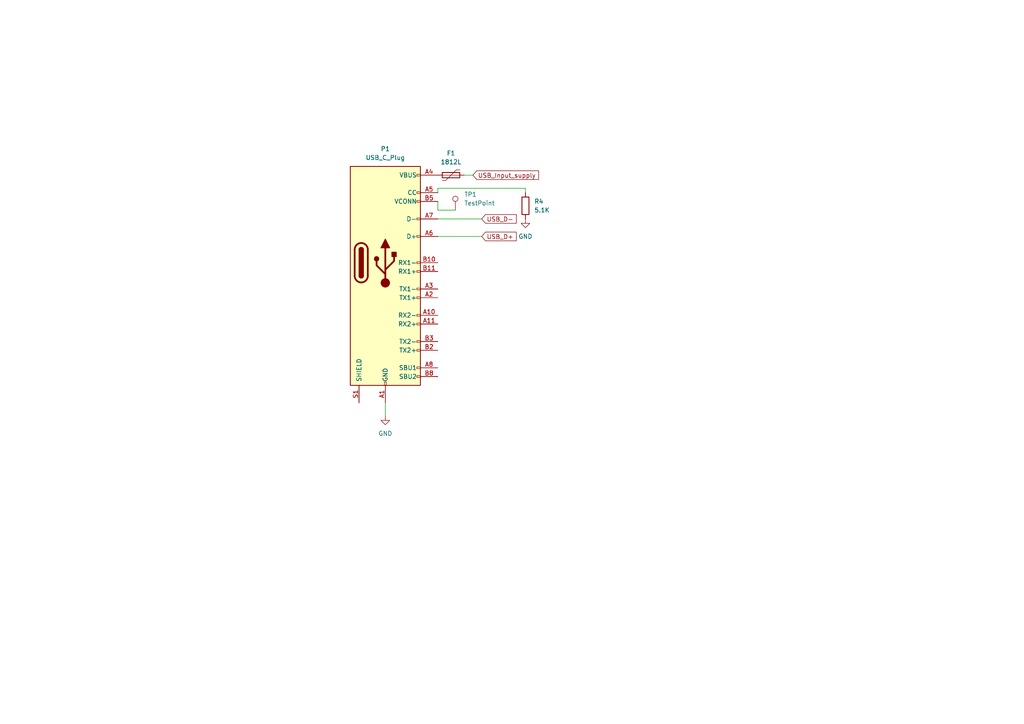
<source format=kicad_sch>
(kicad_sch (version 20211123) (generator eeschema)
  (paper "A4")
  (lib_symbols
    (symbol "Connector:TestPoint" (pin_numbers hide) (pin_names (offset 0.762) hide)
      (property "Reference" "TP" (at 0 6.858 0))
      (property "Value" "TestPoint" (at 0 5.08 0))
      (symbol "TestPoint_0_1"
        (circle (center 0 3.302) (radius 0.762))
      )
      (symbol "TestPoint_1_1"
        (pin passive line (at 0 0 90) (length 2.54) (name "1") (number "1"))
      )
    )
    (symbol "Connector:USB_C_Plug" (pin_names (offset 1.016))
      (property "Reference" "P" (at -10.16 29.21 0))
      (property "Value" "USB_C_Plug" (at 10.16 29.21 0))
      (symbol "USB_C_Plug_0_0"
        (rectangle (start -0.254 -35.56) (end 0.254 -34.544))
        (rectangle (start 10.16 -32.766) (end 9.144 -33.274))
        (rectangle (start 10.16 -30.226) (end 9.144 -30.734))
        (rectangle (start 10.16 -25.146) (end 9.144 -25.654))
        (rectangle (start 10.16 -22.606) (end 9.144 -23.114))
        (rectangle (start 10.16 -17.526) (end 9.144 -18.034))
        (rectangle (start 10.16 -14.986) (end 9.144 -15.494))
        (rectangle (start 10.16 -9.906) (end 9.144 -10.414))
        (rectangle (start 10.16 -7.366) (end 9.144 -7.874))
        (rectangle (start 10.16 -2.286) (end 9.144 -2.794))
        (rectangle (start 10.16 0.254) (end 9.144 -0.254))
        (rectangle (start 10.16 7.874) (end 9.144 7.366))
        (rectangle (start 10.16 12.954) (end 9.144 12.446))
        (rectangle (start 10.16 18.034) (end 9.144 17.526))
        (rectangle (start 10.16 20.574) (end 9.144 20.066))
        (rectangle (start 10.16 25.654) (end 9.144 25.146))
      )
      (symbol "USB_C_Plug_0_1"
        (rectangle (start -10.16 27.94) (end 10.16 -35.56) (stroke (width 0.254)) (fill (type background)))
        (arc (start -8.89 -3.81) (mid -6.985 -5.715) (end -5.08 -3.81) (stroke (width 0.508)))
        (arc (start -7.62 -3.81) (mid -6.985 -4.445) (end -6.35 -3.81) (stroke (width 0.254)))
        (arc (start -7.62 -3.81) (mid -6.985 -4.445) (end -6.35 -3.81) (stroke (width 0.254)) (fill (type outline)))
        (rectangle (start -7.62 -3.81) (end -6.35 3.81) (stroke (width 0.254)) (fill (type outline)))
        (arc (start -6.35 3.81) (mid -6.985 4.445) (end -7.62 3.81) (stroke (width 0.254)))
        (arc (start -6.35 3.81) (mid -6.985 4.445) (end -7.62 3.81) (stroke (width 0.254)) (fill (type outline)))
        (arc (start -5.08 3.81) (mid -6.985 5.715) (end -8.89 3.81) (stroke (width 0.508)))
        (polyline (pts (xy -8.89 -3.81) (xy -8.89 3.81)) (stroke (width 0.508)))
        (polyline (pts (xy -5.08 3.81) (xy -5.08 -3.81)) (stroke (width 0.508)))
      )
      (symbol "USB_C_Plug_1_1"
        (circle (center -2.54 1.143) (radius 0.635) (stroke (width 0.254)) (fill (type outline)))
        (circle (center 0 -5.842) (radius 1.27) (fill (type outline)))
        (polyline (pts (xy 0 -5.842) (xy 0 4.318)) (stroke (width 0.508)))
        (polyline (pts (xy 0 -3.302) (xy -2.54 -0.762) (xy -2.54 0.508)) (stroke (width 0.508)))
        (polyline (pts (xy 0 -2.032) (xy 2.54 0.508) (xy 2.54 1.778)) (stroke (width 0.508)))
        (polyline (pts (xy -1.27 4.318) (xy 0 6.858) (xy 1.27 4.318) (xy -1.27 4.318)) (stroke (width 0.254)) (fill (type outline)))
        (rectangle (start 1.905 1.778) (end 3.175 3.048) (stroke (width 0.254)) (fill (type outline)))
        (pin passive line (at 0 -40.64 90) (length 5.08) (name "GND") (number "A1"))
        (pin bidirectional line (at 15.24 -15.24 180) (length 5.08) (name "RX2-") (number "A10"))
        (pin bidirectional line (at 15.24 -17.78 180) (length 5.08) (name "RX2+") (number "A11"))
        (pin passive line (at 0 -40.64 90) (length 5.08) hide (name "GND") (number "A12"))
        (pin bidirectional line (at 15.24 -10.16 180) (length 5.08) (name "TX1+") (number "A2"))
        (pin bidirectional line (at 15.24 -7.62 180) (length 5.08) (name "TX1-") (number "A3"))
        (pin passive line (at 15.24 25.4 180) (length 5.08) (name "VBUS") (number "A4"))
        (pin bidirectional line (at 15.24 20.32 180) (length 5.08) (name "CC") (number "A5"))
        (pin bidirectional line (at 15.24 7.62 180) (length 5.08) (name "D+") (number "A6"))
        (pin bidirectional line (at 15.24 12.7 180) (length 5.08) (name "D-") (number "A7"))
        (pin bidirectional line (at 15.24 -30.48 180) (length 5.08) (name "SBU1") (number "A8"))
        (pin passive line (at 15.24 25.4 180) (length 5.08) hide (name "VBUS") (number "A9"))
        (pin passive line (at 0 -40.64 90) (length 5.08) hide (name "GND") (number "B1"))
        (pin bidirectional line (at 15.24 0 180) (length 5.08) (name "RX1-") (number "B10"))
        (pin bidirectional line (at 15.24 -2.54 180) (length 5.08) (name "RX1+") (number "B11"))
        (pin passive line (at 0 -40.64 90) (length 5.08) hide (name "GND") (number "B12"))
        (pin bidirectional line (at 15.24 -25.4 180) (length 5.08) (name "TX2+") (number "B2"))
        (pin bidirectional line (at 15.24 -22.86 180) (length 5.08) (name "TX2-") (number "B3"))
        (pin passive line (at 15.24 25.4 180) (length 5.08) hide (name "VBUS") (number "B4"))
        (pin bidirectional line (at 15.24 17.78 180) (length 5.08) (name "VCONN") (number "B5"))
        (pin bidirectional line (at 15.24 -33.02 180) (length 5.08) (name "SBU2") (number "B8"))
        (pin passive line (at 15.24 25.4 180) (length 5.08) hide (name "VBUS") (number "B9"))
        (pin passive line (at -7.62 -40.64 90) (length 5.08) (name "SHIELD") (number "S1"))
      )
    )
    (symbol "Device:Polyfuse" (pin_numbers hide) (pin_names (offset 0))
      (property "Reference" "F" (at -2.54 0 90))
      (property "Value" "Polyfuse" (at 2.54 0 90))
      (symbol "Polyfuse_0_1"
        (rectangle (start -0.762 2.54) (end 0.762 -2.54) (stroke (width 0.254)))
        (polyline (pts (xy 0 2.54) (xy 0 -2.54)))
        (polyline (pts (xy -1.524 2.54) (xy -1.524 1.524) (xy 1.524 -1.524) (xy 1.524 -2.54)))
      )
      (symbol "Polyfuse_1_1"
        (pin passive line (at 0 3.81 270) (length 1.27) (name "~") (number "1"))
        (pin passive line (at 0 -3.81 90) (length 1.27) (name "~") (number "2"))
      )
    )
    (symbol "Device:R" (pin_numbers hide) (pin_names (offset 0))
      (property "Reference" "R" (at 2.032 0 90))
      (property "Value" "R" (at 0 0 90))
      (symbol "R_0_1"
        (rectangle (start -1.016 -2.54) (end 1.016 2.54) (stroke (width 0.254)))
      )
      (symbol "R_1_1"
        (pin passive line (at 0 3.81 270) (length 1.27) (name "~") (number "1"))
        (pin passive line (at 0 -3.81 90) (length 1.27) (name "~") (number "2"))
      )
    )
    (symbol "power:GND" (power) (pin_names (offset 0))
      (property "Value" "GND" (at 0 -3.81 0))
      (symbol "GND_0_1"
        (polyline (pts (xy 0 0) (xy 0 -1.27) (xy 1.27 -1.27) (xy 0 -2.54) (xy -1.27 -1.27) (xy 0 -1.27)))
      )
      (symbol "GND_1_1"
        (pin power_in line (at 0 0 270) (length 0) hide (name "GND") (number "1"))
      )
    )
  )
  (wire (pts (xy 127 60.96) (xy 132.08 60.96)))
  (wire (pts (xy 137.16 50.8) (xy 134.62 50.8)))
  (wire (pts (xy 111.76 116.84) (xy 111.76 120.65)))
  (wire (pts (xy 127 54.61) (xy 127 55.88)))
  (wire (pts (xy 127 68.58) (xy 139.7 68.58)))
  (wire (pts (xy 127 58.42) (xy 127 60.96)))
  (wire (pts (xy 127 54.61) (xy 152.4 54.61)))
  (wire (pts (xy 152.4 54.61) (xy 152.4 55.88)))
  (wire (pts (xy 127 63.5) (xy 139.7 63.5)))
  (global_label "USB_D+" (shape input) (at 139.7 68.58 0) (property "Intersheet References" "${INTERSHEET_REFS}" (effects hide)))
  (global_label "USB_Input_supply" (shape input) (at 137.16 50.8 0) (property "Intersheet References" "${INTERSHEET_REFS}" (effects hide)))
  (global_label "USB_D-" (shape input) (at 139.7 63.5 0) (property "Intersheet References" "${INTERSHEET_REFS}" (effects hide)))
  (symbol (lib_id "Device:R") (at 152.4 59.69 0) (unit 1)
    (property "Reference" "R4" (at 154.94 58.4199 0) (effects (justify left)))
    (property "Value" "5.1K" (at 154.94 60.9599 0) (effects (justify left)))
    (property "Footprint" "Resistor_SMD:R_0805_2012Metric_Pad1.20x1.40mm_HandSolder" (effects hide))
  )
  (symbol (lib_id "power:GND") (at 111.76 120.65 0) (unit 1)
    (property "Reference" "#PWR0155" (effects hide))
    (property "Value" "GND" (at 111.76 125.73 0))
  )
  (symbol (lib_id "power:GND") (at 152.4 63.5 0) (unit 1)
    (property "Reference" "#PWR0156" (effects hide))
    (property "Value" "GND" (at 152.4 68.58 0))
  )
  (symbol (lib_id "Connector:USB_C_Plug") (at 111.76 76.2 0) (unit 1)
    (property "Reference" "P1" (at 111.76 43.18 0))
    (property "Value" "USB_C_Plug" (at 111.76 45.72 0))
    (property "Footprint" "Connector_USB:USB_C_Receptacle_HRO_TYPE-C-31-M-12" (effects hide))
    (property "Datasheet" "https://www.usb.org/sites/default/files/documents/usb_type-c.zip" (effects hide))
  )
  (symbol (lib_id "Device:Polyfuse") (at 130.81 50.8 90) (unit 1)
    (property "Reference" "F1" (at 130.81 44.45 90))
    (property "Value" "1812L" (at 130.81 46.99 90))
    (property "Footprint" "Littelfuse_1812L:FUSM4632X200N" (effects hide))
  )
  (symbol (lib_id "Connector:TestPoint") (at 132.08 60.96 0) (unit 1)
    (property "Reference" "TP1" (at 134.62 56.3879 0) (effects (justify left)))
    (property "Value" "TestPoint" (at 134.62 58.9279 0) (effects (justify left)))
    (property "Footprint" "TestPoint:TestPoint_Keystone_5010-5014_Multipurpose" (effects hide))
  )
)
</source>
